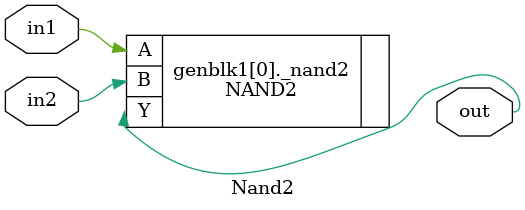
<source format=sv>
module Nand2 #(
    parameter WIDTH = 1
)(
    input  wire [WIDTH-1:0] in1,
    input  wire [WIDTH-1:0] in2,
    output wire [WIDTH-1:0] out
);

    genvar i;
    generate
    for (i = 0; i < WIDTH; i = i + 1) begin
        NAND2 _nand2(.A(in1[i]), .B(in2[i]), .Y(out[i]));
    end
    endgenerate

endmodule

</source>
